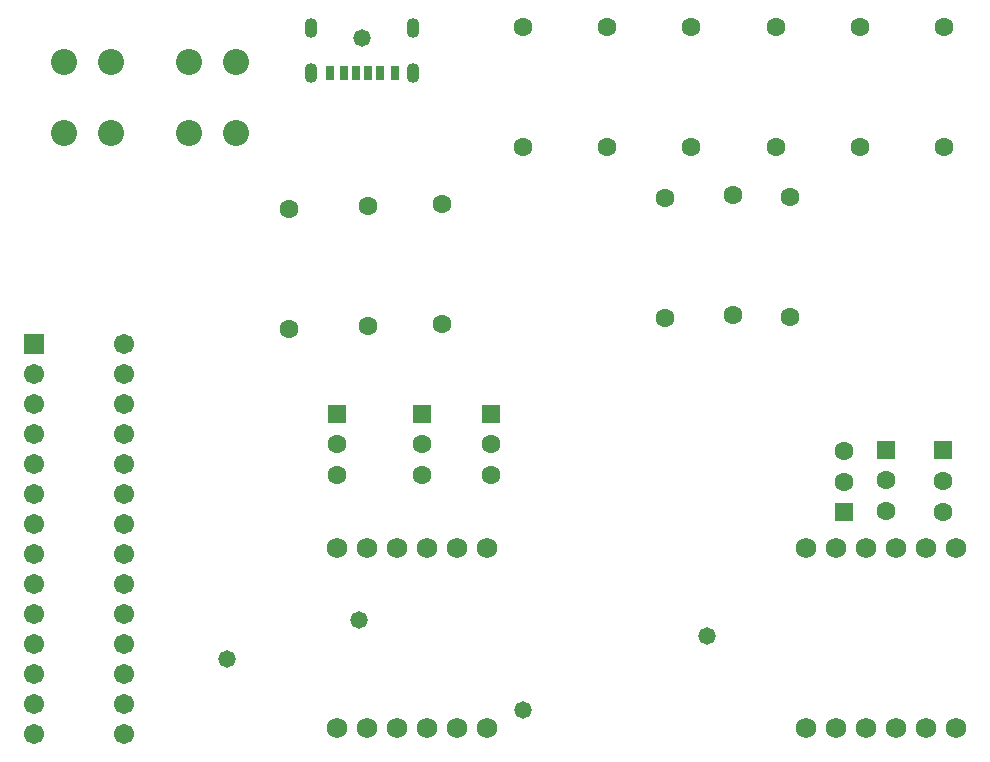
<source format=gts>
G04*
G04 #@! TF.GenerationSoftware,Altium Limited,Altium Designer,24.10.1 (45)*
G04*
G04 Layer_Color=8388736*
%FSLAX44Y44*%
%MOMM*%
G71*
G04*
G04 #@! TF.SameCoordinates,C5BE6EB9-D647-4441-8654-D56C766D6CB2*
G04*
G04*
G04 #@! TF.FilePolarity,Negative*
G04*
G01*
G75*
%ADD14R,0.7000X1.2000*%
%ADD15R,0.7600X1.2000*%
%ADD16R,0.8000X1.2000*%
%ADD17C,1.7272*%
%ADD18C,2.2032*%
G04:AMPARAMS|DCode=19|XSize=1.1mm|YSize=1.7mm|CornerRadius=0.55mm|HoleSize=0mm|Usage=FLASHONLY|Rotation=180.000|XOffset=0mm|YOffset=0mm|HoleType=Round|Shape=RoundedRectangle|*
%AMROUNDEDRECTD19*
21,1,1.1000,0.6000,0,0,180.0*
21,1,0.0000,1.7000,0,0,180.0*
1,1,1.1000,0.0000,0.3000*
1,1,1.1000,0.0000,0.3000*
1,1,1.1000,0.0000,-0.3000*
1,1,1.1000,0.0000,-0.3000*
%
%ADD19ROUNDEDRECTD19*%
%ADD20C,1.7032*%
%ADD21R,1.7032X1.7032*%
%ADD22C,1.6032*%
%ADD23R,1.6032X1.6032*%
%ADD24C,1.4732*%
D14*
X725250Y836546D02*
D03*
X735250D02*
D03*
D15*
X715050D02*
D03*
X745450D02*
D03*
D16*
X702750D02*
D03*
X757750D02*
D03*
D17*
X1233170Y434340D02*
D03*
X1207770D02*
D03*
X1182370D02*
D03*
X1156970D02*
D03*
X1131570D02*
D03*
X1106170D02*
D03*
X1233170Y281940D02*
D03*
X1207770D02*
D03*
X1182370D02*
D03*
X1156970D02*
D03*
X1131570D02*
D03*
X1106170D02*
D03*
X835660Y434340D02*
D03*
X810260D02*
D03*
X784860D02*
D03*
X759460D02*
D03*
X734060D02*
D03*
X708660D02*
D03*
X835660Y281940D02*
D03*
X810260D02*
D03*
X784860D02*
D03*
X759460D02*
D03*
X734060D02*
D03*
X708660D02*
D03*
D18*
X517840Y845340D02*
D03*
Y785340D02*
D03*
X477840D02*
D03*
Y845340D02*
D03*
X583250D02*
D03*
Y785340D02*
D03*
X623250D02*
D03*
Y845340D02*
D03*
D19*
X687050Y874546D02*
D03*
X773450D02*
D03*
X687050Y836546D02*
D03*
X773450D02*
D03*
D20*
X528320Y276860D02*
D03*
Y302260D02*
D03*
Y327660D02*
D03*
Y353060D02*
D03*
Y378460D02*
D03*
Y403860D02*
D03*
Y429260D02*
D03*
Y454660D02*
D03*
Y480060D02*
D03*
Y505460D02*
D03*
Y530860D02*
D03*
Y556260D02*
D03*
Y581660D02*
D03*
Y607060D02*
D03*
X452120Y276860D02*
D03*
Y302260D02*
D03*
Y327660D02*
D03*
Y353060D02*
D03*
Y378460D02*
D03*
Y403860D02*
D03*
Y429260D02*
D03*
Y454660D02*
D03*
Y480060D02*
D03*
Y505460D02*
D03*
Y530860D02*
D03*
Y556260D02*
D03*
Y581660D02*
D03*
D21*
Y607060D02*
D03*
D22*
X1223010Y875030D02*
D03*
Y773430D02*
D03*
X1221740Y464890D02*
D03*
Y490890D02*
D03*
X986790Y628650D02*
D03*
Y730250D02*
D03*
X1043940Y631190D02*
D03*
Y732790D02*
D03*
X1092200Y629920D02*
D03*
Y731520D02*
D03*
X668020Y619760D02*
D03*
Y721360D02*
D03*
X735330Y622300D02*
D03*
Y723900D02*
D03*
X797560Y623570D02*
D03*
Y725170D02*
D03*
X1008888Y773430D02*
D03*
Y875030D02*
D03*
X937514Y773430D02*
D03*
Y875030D02*
D03*
X866140Y773430D02*
D03*
Y875030D02*
D03*
X1151636Y773430D02*
D03*
Y875030D02*
D03*
X1080262Y773430D02*
D03*
Y875030D02*
D03*
X839470Y521970D02*
D03*
Y495970D02*
D03*
X781050Y521970D02*
D03*
Y495970D02*
D03*
X708660Y521970D02*
D03*
Y495970D02*
D03*
X1173480Y491490D02*
D03*
Y465490D02*
D03*
X1137920Y490220D02*
D03*
Y516220D02*
D03*
D23*
X1221740Y516890D02*
D03*
X839470Y547970D02*
D03*
X781050D02*
D03*
X708660D02*
D03*
X1173480Y517490D02*
D03*
X1137920Y464220D02*
D03*
D24*
X729739Y866140D02*
D03*
X615950Y340360D02*
D03*
X727710Y373380D02*
D03*
X1022350Y359410D02*
D03*
X866140Y297180D02*
D03*
M02*

</source>
